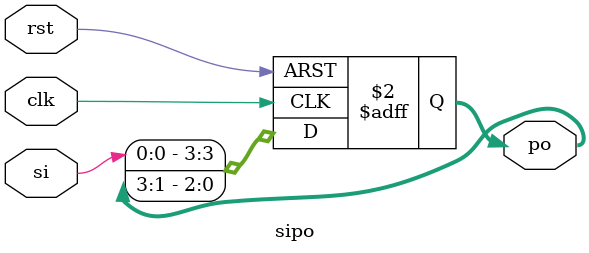
<source format=v>

module sipo(input clk,rst,si,output reg [3:0] po);
  always@(posedge clk or posedge rst)
    begin
      if(rst)
        po <= 4'b0000;
      else
        po <= {si,po[3:1]};
    end
endmodule
      

</source>
